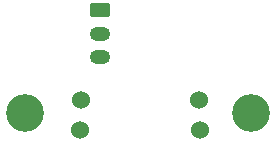
<source format=gbr>
%TF.GenerationSoftware,KiCad,Pcbnew,(6.0.11)*%
%TF.CreationDate,2023-01-29T21:23:29-06:00*%
%TF.ProjectId,Tap_Photosensor_PCB,5461705f-5068-46f7-946f-73656e736f72,rev?*%
%TF.SameCoordinates,Original*%
%TF.FileFunction,Soldermask,Bot*%
%TF.FilePolarity,Negative*%
%FSLAX46Y46*%
G04 Gerber Fmt 4.6, Leading zero omitted, Abs format (unit mm)*
G04 Created by KiCad (PCBNEW (6.0.11)) date 2023-01-29 21:23:29*
%MOMM*%
%LPD*%
G01*
G04 APERTURE LIST*
G04 Aperture macros list*
%AMRoundRect*
0 Rectangle with rounded corners*
0 $1 Rounding radius*
0 $2 $3 $4 $5 $6 $7 $8 $9 X,Y pos of 4 corners*
0 Add a 4 corners polygon primitive as box body*
4,1,4,$2,$3,$4,$5,$6,$7,$8,$9,$2,$3,0*
0 Add four circle primitives for the rounded corners*
1,1,$1+$1,$2,$3*
1,1,$1+$1,$4,$5*
1,1,$1+$1,$6,$7*
1,1,$1+$1,$8,$9*
0 Add four rect primitives between the rounded corners*
20,1,$1+$1,$2,$3,$4,$5,0*
20,1,$1+$1,$4,$5,$6,$7,0*
20,1,$1+$1,$6,$7,$8,$9,0*
20,1,$1+$1,$8,$9,$2,$3,0*%
G04 Aperture macros list end*
%ADD10RoundRect,0.250000X-0.625000X0.350000X-0.625000X-0.350000X0.625000X-0.350000X0.625000X0.350000X0*%
%ADD11O,1.750000X1.200000*%
%ADD12C,1.524000*%
%ADD13C,3.200000*%
G04 APERTURE END LIST*
D10*
%TO.C,J1*%
X109200000Y-56800000D03*
D11*
X109200000Y-58800000D03*
X109200000Y-60800000D03*
%TD*%
D12*
%TO.C,U3*%
X117580000Y-64420000D03*
X117660000Y-66920000D03*
X107500000Y-66920000D03*
X107580000Y-64420000D03*
%TD*%
D13*
%TO.C,REF\u002A\u002A*%
X102870000Y-65500000D03*
%TD*%
%TO.C,REF\u002A\u002A*%
X121930000Y-65500000D03*
%TD*%
M02*

</source>
